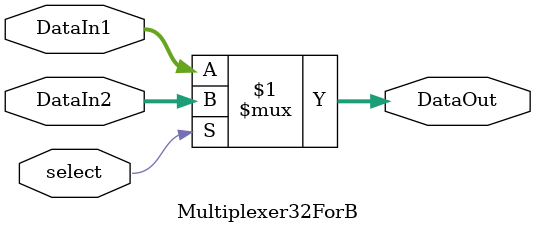
<source format=v>
`timescale 1ns / 1ps


module Multiplexer32ForB(
    input select,
    input [31:0]DataIn1,
    input [31:0]DataIn2,
    output [31:0]DataOut
    );
    
    assign DataOut = select ? DataIn2 : DataIn1;
endmodule
</source>
